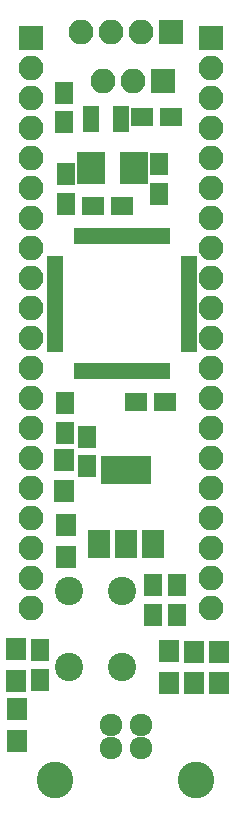
<source format=gbr>
G04 #@! TF.FileFunction,Soldermask,Top*
%FSLAX46Y46*%
G04 Gerber Fmt 4.6, Leading zero omitted, Abs format (unit mm)*
G04 Created by KiCad (PCBNEW 4.0.7) date 10/06/20 21:35:31*
%MOMM*%
%LPD*%
G01*
G04 APERTURE LIST*
%ADD10C,0.100000*%
%ADD11R,2.100000X2.100000*%
%ADD12O,2.100000X2.100000*%
%ADD13C,2.400000*%
%ADD14R,0.650000X1.400000*%
%ADD15R,1.400000X0.650000*%
%ADD16C,1.920000*%
%ADD17C,3.100000*%
%ADD18R,1.650000X1.900000*%
%ADD19R,1.900000X1.650000*%
%ADD20R,1.700000X1.900000*%
%ADD21R,4.200000X2.400000*%
%ADD22R,1.900000X2.400000*%
%ADD23R,2.400000X2.800000*%
%ADD24R,1.400000X2.200000*%
G04 APERTURE END LIST*
D10*
D11*
X61110000Y-34158000D03*
D12*
X61110000Y-36698000D03*
X61110000Y-39238000D03*
X61110000Y-41778000D03*
X61110000Y-44318000D03*
X61110000Y-46858000D03*
X61110000Y-49398000D03*
X61110000Y-51938000D03*
X61110000Y-54478000D03*
X61110000Y-57018000D03*
X61110000Y-59558000D03*
X61110000Y-62098000D03*
X61110000Y-64638000D03*
X61110000Y-67178000D03*
X61110000Y-69718000D03*
X61110000Y-72258000D03*
X61110000Y-74798000D03*
X61110000Y-77338000D03*
X61110000Y-79878000D03*
X61110000Y-82418000D03*
D13*
X68828000Y-87416000D03*
X64328000Y-87416000D03*
X68828000Y-80916000D03*
X64328000Y-80916000D03*
D14*
X72584000Y-50942000D03*
X72084000Y-50942000D03*
X71584000Y-50942000D03*
X71084000Y-50942000D03*
X70584000Y-50942000D03*
X70084000Y-50942000D03*
X69584000Y-50942000D03*
X69084000Y-50942000D03*
X68584000Y-50942000D03*
X68084000Y-50942000D03*
X67584000Y-50942000D03*
X67084000Y-50942000D03*
X66584000Y-50942000D03*
X66084000Y-50942000D03*
X65584000Y-50942000D03*
X65084000Y-50942000D03*
D15*
X63134000Y-52892000D03*
X63134000Y-53392000D03*
X63134000Y-53892000D03*
X63134000Y-54392000D03*
X63134000Y-54892000D03*
X63134000Y-55392000D03*
X63134000Y-55892000D03*
X63134000Y-56392000D03*
X63134000Y-56892000D03*
X63134000Y-57392000D03*
X63134000Y-57892000D03*
X63134000Y-58392000D03*
X63134000Y-58892000D03*
X63134000Y-59392000D03*
X63134000Y-59892000D03*
X63134000Y-60392000D03*
D14*
X65084000Y-62342000D03*
X65584000Y-62342000D03*
X66084000Y-62342000D03*
X66584000Y-62342000D03*
X67084000Y-62342000D03*
X67584000Y-62342000D03*
X68084000Y-62342000D03*
X68584000Y-62342000D03*
X69084000Y-62342000D03*
X69584000Y-62342000D03*
X70084000Y-62342000D03*
X70584000Y-62342000D03*
X71084000Y-62342000D03*
X71584000Y-62342000D03*
X72084000Y-62342000D03*
X72584000Y-62342000D03*
D15*
X74534000Y-60392000D03*
X74534000Y-59892000D03*
X74534000Y-59392000D03*
X74534000Y-58892000D03*
X74534000Y-58392000D03*
X74534000Y-57892000D03*
X74534000Y-57392000D03*
X74534000Y-56892000D03*
X74534000Y-56392000D03*
X74534000Y-55892000D03*
X74534000Y-55392000D03*
X74534000Y-54892000D03*
X74534000Y-54392000D03*
X74534000Y-53892000D03*
X74534000Y-53392000D03*
X74534000Y-52892000D03*
D11*
X76350000Y-34158000D03*
D12*
X76350000Y-36698000D03*
X76350000Y-39238000D03*
X76350000Y-41778000D03*
X76350000Y-44318000D03*
X76350000Y-46858000D03*
X76350000Y-49398000D03*
X76350000Y-51938000D03*
X76350000Y-54478000D03*
X76350000Y-57018000D03*
X76350000Y-59558000D03*
X76350000Y-62098000D03*
X76350000Y-64638000D03*
X76350000Y-67178000D03*
X76350000Y-69718000D03*
X76350000Y-72258000D03*
X76350000Y-74798000D03*
X76350000Y-77338000D03*
X76350000Y-79878000D03*
X76350000Y-82418000D03*
D11*
X72974200Y-33591500D03*
D12*
X70434200Y-33591500D03*
X67894200Y-33591500D03*
X65354200Y-33591500D03*
D16*
X67868000Y-92276000D03*
X70408000Y-92276000D03*
X70408000Y-94276000D03*
X67868000Y-94276000D03*
D17*
X63138000Y-96976000D03*
X75138000Y-96976000D03*
D11*
X72298000Y-37776000D03*
D12*
X69758000Y-37776000D03*
X67218000Y-37776000D03*
D18*
X65848000Y-70376000D03*
X65848000Y-67876000D03*
D19*
X69988000Y-64976000D03*
X72488000Y-64976000D03*
D18*
X73518000Y-80456000D03*
X73518000Y-82956000D03*
D19*
X68838000Y-48356000D03*
X66338000Y-48356000D03*
D18*
X63998000Y-67576000D03*
X63998000Y-65076000D03*
X71998000Y-44816000D03*
X71998000Y-47316000D03*
X71488000Y-80486000D03*
X71488000Y-82986000D03*
X64098000Y-45686000D03*
X64098000Y-48186000D03*
D19*
X70498000Y-40826000D03*
X72998000Y-40826000D03*
D18*
X63938000Y-41256000D03*
X63938000Y-38756000D03*
X61918000Y-85976000D03*
X61918000Y-88476000D03*
D20*
X59928000Y-90986000D03*
X59928000Y-93686000D03*
X63948000Y-72526000D03*
X63948000Y-69826000D03*
X72808000Y-86056000D03*
X72808000Y-88756000D03*
X77058000Y-86086000D03*
X77058000Y-88786000D03*
X74968000Y-86086000D03*
X74968000Y-88786000D03*
X64098000Y-75376000D03*
X64098000Y-78076000D03*
X59828000Y-85856000D03*
X59828000Y-88556000D03*
D21*
X69148000Y-70676000D03*
D22*
X69148000Y-76976000D03*
X71448000Y-76976000D03*
X66848000Y-76976000D03*
D23*
X69878000Y-45126000D03*
X66178000Y-45126000D03*
D24*
X66248000Y-41026000D03*
X68748000Y-41026000D03*
M02*

</source>
